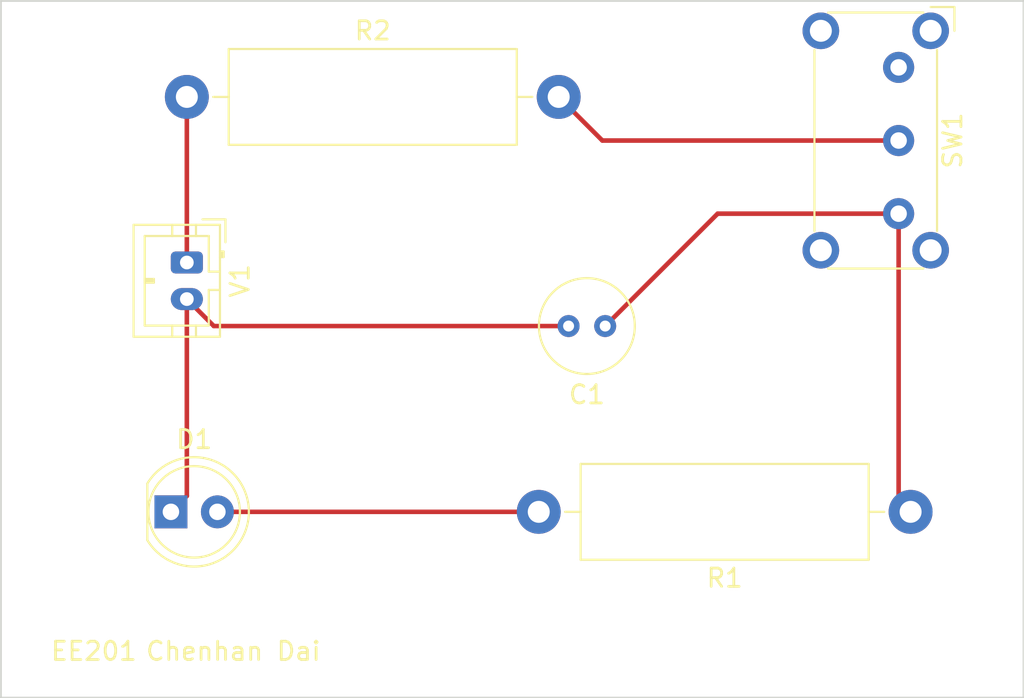
<source format=kicad_pcb>
(kicad_pcb (version 20211014) (generator pcbnew)
  (layers (0 "F.Cu" signal) (31 "B.Cu" signal) (34 "B.Paste" user) (35 "F.Paste" user) (36 "B.SilkS" user "B.Silkscreen") (37 "F.SilkS" user "F.Silkscreen") (38 "B.Mask" user) (39 "F.Mask" user) (44 "Edge.Cuts" user))
  (net 0 "")
  (net 1 "Net-(C1-Pad1)")
  (net 2 "Net-(C1-Pad2)")
  (net 3 "Net-(D1-Pad2)")
  (net 4 "Net-(R2-Pad1)")
  (net 5 "Net-(R2-Pad2)")
  (footprint "Resistor_THT:R_Axial_DIN0516_L15.5mm_D5.0mm_P20.32mm_Horizontal" (layer "F.Cu") (at 99.06 76.37)
    (fp_text reference "R2" (at 10.16 -3.62) (layer "F.SilkS"))
    (fp_text value "2.2kΩ")
    (fp_line (start 2.29 -2.62) (end 2.29 2.62) (layer "F.SilkS") (width 0.12))
    (fp_line (start 18.03 2.62) (end 18.03 -2.62) (layer "F.SilkS") (width 0.12))
    (fp_line (start 1.44 0) (end 2.29 0) (layer "F.SilkS") (width 0.12))
    (fp_line (start 2.29 2.62) (end 18.03 2.62) (layer "F.SilkS") (width 0.12))
    (fp_line (start 18.03 -2.62) (end 2.29 -2.62) (layer "F.SilkS") (width 0.12))
    (fp_line (start 18.88 0) (end 18.03 0) (layer "F.SilkS") (width 0.12))
    (pad "1" thru_hole circle (at 0 0) (size 2.4 2.4) (drill 1.2) (layers *.Cu *.Mask) (net 4 "Net-(R2-Pad1)"))
    (pad "2" thru_hole oval (at 20.32 0) (size 2.4 2.4) (drill 1.2) (layers *.Cu *.Mask) (net 5 "Net-(R2-Pad2)"))
  )
  (footprint "Capacitor_THT:C_Radial_D5.0mm_H5.0mm_P2.00mm" (layer "F.Cu") (at 121.92 88.9 180)
    (fp_text reference "C1" (at 1 -3.75) (layer "F.SilkS"))
    (fp_text value "4.7uF")
    (fp_circle (center 1 0) (end 3.62 0) (layer "F.SilkS") (width 0.12) (fill none))
    (pad "1" thru_hole circle (at 0 0 180) (size 1.2 1.2) (drill 0.6) (layers *.Cu *.Mask) (net 1 "Net-(C1-Pad1)"))
    (pad "2" thru_hole circle (at 2 0 180) (size 1.2 1.2) (drill 0.6) (layers *.Cu *.Mask) (net 2 "Net-(C1-Pad2)"))
  )
  (footprint "Button_Switch_THT:SW_E-Switch_EG1224_SPDT_Angled" (layer "F.Cu") (at 137.955 74.755 -90)
    (fp_text reference "SW1" (at 4 -2.95 90) (layer "F.SilkS"))
    (fp_text value "SW_SPDT")
    (fp_line (start -3.3 -1.75) (end -3.3 -3.05) (layer "F.SilkS") (width 0.12))
    (fp_line (start -3 3.85) (end -3 -1.35) (layer "F.SilkS") (width 0.12))
    (fp_line (start 8.95 4.6) (end -0.95 4.6) (layer "F.SilkS") (width 0.12))
    (fp_line (start 11 -1.35) (end 11 3.85) (layer "F.SilkS") (width 0.12))
    (fp_line (start -3.3 -3.05) (end -2 -3.05) (layer "F.SilkS") (width 0.12))
    (fp_line (start -0.95 -2.1) (end 8.95 -2.1) (layer "F.SilkS") (width 0.12))
    (pad "" thru_hole circle (at 10 -1.75 270) (size 2 2) (drill 1.2) (layers *.Cu *.Mask))
    (pad "" thru_hole circle (at -2 -1.75 270) (size 2 2) (drill 1.2) (layers *.Cu *.Mask))
    (pad "" thru_hole circle (at -2 4.25 270) (size 2 2) (drill 1.2) (layers *.Cu *.Mask))
    (pad "" thru_hole circle (at 10 4.25 270) (size 2 2) (drill 1.2) (layers *.Cu *.Mask))
    (pad "1" thru_hole circle (at 0 0 270) (size 1.7 1.7) (drill 0.9) (layers *.Cu *.Mask))
    (pad "2" thru_hole circle (at 4 0 270) (size 1.7 1.7) (drill 0.9) (layers *.Cu *.Mask) (net 5 "Net-(R2-Pad2)"))
    (pad "3" thru_hole circle (at 8 0 270) (size 1.7 1.7) (drill 0.9) (layers *.Cu *.Mask) (net 1 "Net-(C1-Pad1)"))
  )
  (footprint "LED_THT:LED_D5.0mm" (layer "F.Cu") (at 98.189984 99.06)
    (fp_text reference "D1" (at 1.27 -3.96) (layer "F.SilkS"))
    (fp_text value "LED")
    (fp_line (start -1.29 -1.545) (end -1.29 1.545) (layer "F.SilkS") (width 0.12))
    (fp_arc (start -1.29 -1.54483) (mid 2.072002 -2.880433) (end 4.26 0.000462) (layer "F.SilkS") (width 0.12))
    (fp_arc (start 4.26 -0.000462) (mid 2.072002 2.880433) (end -1.29 1.54483) (layer "F.SilkS") (width 0.12))
    (fp_circle (center 1.27 0) (end 3.77 0) (layer "F.SilkS") (width 0.12) (fill none))
    (pad "1" thru_hole rect (at 0 0) (size 1.8 1.8) (drill 0.9) (layers *.Cu *.Mask) (net 2 "Net-(C1-Pad2)"))
    (pad "2" thru_hole circle (at 2.54 0) (size 1.8 1.8) (drill 0.9) (layers *.Cu *.Mask) (net 3 "Net-(D1-Pad2)"))
  )
  (footprint "Resistor_THT:R_Axial_DIN0516_L15.5mm_D5.0mm_P20.32mm_Horizontal" (layer "F.Cu") (at 138.61 99.06 180)
    (fp_text reference "R1" (at 10.16 -3.62) (layer "F.SilkS"))
    (fp_text value "20kΩ")
    (fp_line (start 2.29 2.62) (end 18.03 2.62) (layer "F.SilkS") (width 0.12))
    (fp_line (start 1.44 0) (end 2.29 0) (layer "F.SilkS") (width 0.12))
    (fp_line (start 2.29 -2.62) (end 2.29 2.62) (layer "F.SilkS") (width 0.12))
    (fp_line (start 18.03 2.62) (end 18.03 -2.62) (layer "F.SilkS") (width 0.12))
    (fp_line (start 18.88 0) (end 18.03 0) (layer "F.SilkS") (width 0.12))
    (fp_line (start 18.03 -2.62) (end 2.29 -2.62) (layer "F.SilkS") (width 0.12))
    (pad "1" thru_hole circle (at 0 0 180) (size 2.4 2.4) (drill 1.2) (layers *.Cu *.Mask) (net 1 "Net-(C1-Pad1)"))
    (pad "2" thru_hole oval (at 20.32 0 180) (size 2.4 2.4) (drill 1.2) (layers *.Cu *.Mask) (net 3 "Net-(D1-Pad2)"))
  )
  (footprint "Connector_JST:JST_PH_B2B-PH-K_1x02_P2.00mm_Vertical" (layer "F.Cu") (at 99.06 85.425 -90)
    (fp_text reference "V1" (at 1 -2.9 90) (layer "F.SilkS"))
    (fp_text value "9V")
    (fp_line (start -0.3 -2.01) (end -0.6 -2.01) (layer "F.SilkS") (width 0.12))
    (fp_line (start 3.45 2.3) (end 3.45 -1.2) (layer "F.SilkS") (width 0.12))
    (fp_line (start -2.36 -2.11) (end -2.36 -0.86) (layer "F.SilkS") (width 0.12))
    (fp_line (start 0.9 2.3) (end 0.9 1.8) (layer "F.SilkS") (width 0.12))
    (fp_line (start -0.3 -1.91) (end -0.6 -1.91) (layer "F.SilkS") (width 0.12))
    (fp_line (start -1.11 -2.11) (end -2.36 -2.11) (layer "F.SilkS") (width 0.12))
    (fp_line (start -2.06 0.8) (end -1.45 0.8) (layer "F.SilkS") (width 0.12))
    (fp_line (start 1.5 -1.2) (end 1.5 -1.81) (layer "F.SilkS") (width 0.12))
    (fp_line (start -2.06 -1.81) (end -2.06 2.91) (layer "F.SilkS") (width 0.12))
    (fp_line (start 4.06 2.91) (end 4.06 -1.81) (layer "F.SilkS") (width 0.12))
    (fp_line (start -2.06 -0.5) (end -1.45 -0.5) (layer "F.SilkS") (width 0.12))
    (fp_line (start 1 2.3) (end 1 1.8) (layer "F.SilkS") (width 0.12))
    (fp_line (start -0.3 -1.81) (end -0.3 -2.01) (layer "F.SilkS") (width 0.12))
    (fp_line (start 3.45 -1.2) (end 1.5 -1.2) (layer "F.SilkS") (width 0.12))
    (fp_line (start 4.06 -0.5) (end 3.45 -0.5) (layer "F.SilkS") (width 0.12))
    (fp_line (start 0.9 1.8) (end 1.1 1.8) (layer "F.SilkS") (width 0.12))
    (fp_line (start 4.06 -1.81) (end -2.06 -1.81) (layer "F.SilkS") (width 0.12))
    (fp_line (start 1.1 1.8) (end 1.1 2.3) (layer "F.SilkS") (width 0.12))
    (fp_line (start 4.06 0.8) (end 3.45 0.8) (layer "F.SilkS") (width 0.12))
    (fp_line (start -2.06 2.91) (end 4.06 2.91) (layer "F.SilkS") (width 0.12))
    (fp_line (start 0.5 -1.2) (end -1.45 -1.2) (layer "F.SilkS") (width 0.12))
    (fp_line (start -0.6 -2.01) (end -0.6 -1.81) (layer "F.SilkS") (width 0.12))
    (fp_line (start -1.45 -1.2) (end -1.45 2.3) (layer "F.SilkS") (width 0.12))
    (fp_line (start -1.45 2.3) (end 3.45 2.3) (layer "F.SilkS") (width 0.12))
    (fp_line (start 0.5 -1.81) (end 0.5 -1.2) (layer "F.SilkS") (width 0.12))
    (pad "1" thru_hole roundrect (at 0 0 270) (size 1.2 1.75) (drill 0.75) (layers *.Cu *.Mask) (roundrect_rratio 0.208333) (net 4 "Net-(R2-Pad1)"))
    (pad "2" thru_hole oval (at 2 0 270) (size 1.2 1.75) (drill 0.75) (layers *.Cu *.Mask) (net 2 "Net-(C1-Pad2)"))
  )
  (gr_rect (start 144.78 109.22) (end 88.9 71.12) (layer "Edge.Cuts") (width 0.1) (fill none))
  (gr_text "Chenhan Dai" (at 101.6 106.68) (layer "F.SilkS") (effects (font (size 1 1))))
  (gr_text "EE201" (at 93.98 106.68) (layer "F.SilkS") (effects (font (size 1 1))))
  (segment (start 128.065 82.755) (end 121.92 88.9) (width 0.25) (layer "F.Cu") (net 1))
  (segment (start 137.955 82.755) (end 128.065 82.755) (width 0.25) (layer "F.Cu") (net 1))
  (segment (start 137.955 98.405) (end 138.61 99.06) (width 0.25) (layer "F.Cu") (net 1))
  (segment (start 137.955 82.755) (end 137.955 98.405) (width 0.25) (layer "F.Cu") (net 1))
  (segment (start 119.92 88.9) (end 100.535 88.9) (width 0.25) (layer "F.Cu") (net 2))
  (segment (start 99.06 98.189984) (end 98.189984 99.06) (width 0.25) (layer "F.Cu") (net 2))
  (segment (start 100.535 88.9) (end 99.06 87.425) (width 0.25) (layer "F.Cu") (net 2))
  (segment (start 99.06 87.425) (end 99.06 98.189984) (width 0.25) (layer "F.Cu") (net 2))
  (segment (start 118.29 99.06) (end 100.729984 99.06) (width 0.25) (layer "F.Cu") (net 3))
  (segment (start 99.06 76.37) (end 99.06 85.425) (width 0.25) (layer "F.Cu") (net 4))
  (segment (start 119.38 76.37) (end 121.765 78.755) (width 0.25) (layer "F.Cu") (net 5))
  (segment (start 121.765 78.755) (end 137.955 78.755) (width 0.25) (layer "F.Cu") (net 5))
)
</source>
